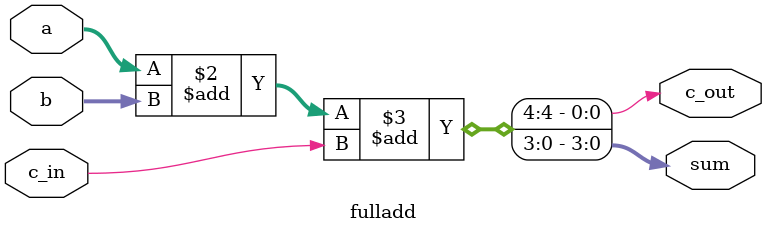
<source format=sv>
module fulladd (  input [3:0] a,
                  input [3:0] b,
                  input c_in,
                  output reg c_out,
                  output reg [3:0] sum);
 
  always @ (a or b or c_in) begin
    {c_out, sum} = a + b + c_in;   
  end
endmodule
</source>
